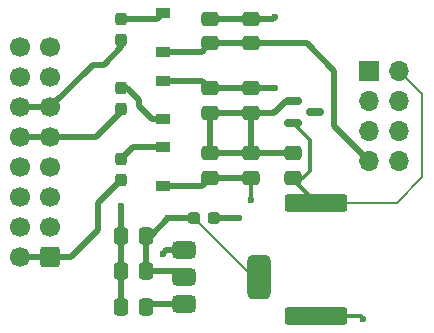
<source format=gtl>
%TF.GenerationSoftware,KiCad,Pcbnew,8.0.2*%
%TF.CreationDate,2024-09-09T09:37:27-05:00*%
%TF.ProjectId,wh3lk,7768336c-6b2e-46b6-9963-61645f706362,v2.0.0a*%
%TF.SameCoordinates,Original*%
%TF.FileFunction,Copper,L1,Top*%
%TF.FilePolarity,Positive*%
%FSLAX46Y46*%
G04 Gerber Fmt 4.6, Leading zero omitted, Abs format (unit mm)*
G04 Created by KiCad (PCBNEW 8.0.2) date 2024-09-09 09:37:27*
%MOMM*%
%LPD*%
G01*
G04 APERTURE LIST*
G04 Aperture macros list*
%AMRoundRect*
0 Rectangle with rounded corners*
0 $1 Rounding radius*
0 $2 $3 $4 $5 $6 $7 $8 $9 X,Y pos of 4 corners*
0 Add a 4 corners polygon primitive as box body*
4,1,4,$2,$3,$4,$5,$6,$7,$8,$9,$2,$3,0*
0 Add four circle primitives for the rounded corners*
1,1,$1+$1,$2,$3*
1,1,$1+$1,$4,$5*
1,1,$1+$1,$6,$7*
1,1,$1+$1,$8,$9*
0 Add four rect primitives between the rounded corners*
20,1,$1+$1,$2,$3,$4,$5,0*
20,1,$1+$1,$4,$5,$6,$7,0*
20,1,$1+$1,$6,$7,$8,$9,0*
20,1,$1+$1,$8,$9,$2,$3,0*%
G04 Aperture macros list end*
%TA.AperFunction,ComponentPad*%
%ADD10R,1.700000X1.700000*%
%TD*%
%TA.AperFunction,ComponentPad*%
%ADD11O,1.700000X1.700000*%
%TD*%
%TA.AperFunction,SMDPad,CuDef*%
%ADD12RoundRect,0.150000X-0.587500X-0.150000X0.587500X-0.150000X0.587500X0.150000X-0.587500X0.150000X0*%
%TD*%
%TA.AperFunction,SMDPad,CuDef*%
%ADD13RoundRect,0.375000X-0.625000X-0.375000X0.625000X-0.375000X0.625000X0.375000X-0.625000X0.375000X0*%
%TD*%
%TA.AperFunction,SMDPad,CuDef*%
%ADD14RoundRect,0.500000X-0.500000X-1.400000X0.500000X-1.400000X0.500000X1.400000X-0.500000X1.400000X0*%
%TD*%
%TA.AperFunction,SMDPad,CuDef*%
%ADD15RoundRect,0.250001X2.399999X-0.487499X2.399999X0.487499X-2.399999X0.487499X-2.399999X-0.487499X0*%
%TD*%
%TA.AperFunction,ComponentPad*%
%ADD16RoundRect,0.250000X0.600000X0.600000X-0.600000X0.600000X-0.600000X-0.600000X0.600000X-0.600000X0*%
%TD*%
%TA.AperFunction,ComponentPad*%
%ADD17C,1.700000*%
%TD*%
%TA.AperFunction,SMDPad,CuDef*%
%ADD18RoundRect,0.237500X-0.287500X-0.237500X0.287500X-0.237500X0.287500X0.237500X-0.287500X0.237500X0*%
%TD*%
%TA.AperFunction,SMDPad,CuDef*%
%ADD19RoundRect,0.237500X0.237500X-0.287500X0.237500X0.287500X-0.237500X0.287500X-0.237500X-0.287500X0*%
%TD*%
%TA.AperFunction,SMDPad,CuDef*%
%ADD20R,1.220000X0.910000*%
%TD*%
%TA.AperFunction,SMDPad,CuDef*%
%ADD21RoundRect,0.250000X0.475000X-0.337500X0.475000X0.337500X-0.475000X0.337500X-0.475000X-0.337500X0*%
%TD*%
%TA.AperFunction,SMDPad,CuDef*%
%ADD22RoundRect,0.250000X0.337500X0.475000X-0.337500X0.475000X-0.337500X-0.475000X0.337500X-0.475000X0*%
%TD*%
%TA.AperFunction,SMDPad,CuDef*%
%ADD23RoundRect,0.250000X-0.475000X0.337500X-0.475000X-0.337500X0.475000X-0.337500X0.475000X0.337500X0*%
%TD*%
%TA.AperFunction,ViaPad*%
%ADD24C,0.600000*%
%TD*%
%TA.AperFunction,Conductor*%
%ADD25C,0.500000*%
%TD*%
%TA.AperFunction,Conductor*%
%ADD26C,0.200000*%
%TD*%
%TA.AperFunction,Conductor*%
%ADD27C,0.330000*%
%TD*%
G04 APERTURE END LIST*
D10*
%TO.P,J2,1,Pin_1*%
%TO.N,GND*%
X90960000Y-68500000D03*
D11*
%TO.P,J2,2,Pin_2*%
%TO.N,VREF-10*%
X93500000Y-68500000D03*
%TO.P,J2,3,Pin_3*%
%TO.N,+3.3VA*%
X90960000Y-71040000D03*
%TO.P,J2,4,Pin_4*%
%TO.N,+3.3V*%
X93500000Y-71040000D03*
%TO.P,J2,5,Pin_5*%
%TO.N,-12V*%
X90960000Y-73580000D03*
%TO.P,J2,6,Pin_6*%
%TO.N,+12V*%
X93500000Y-73580000D03*
%TO.P,J2,7,Pin_7*%
%TO.N,+5V*%
X90960000Y-76120000D03*
%TO.P,J2,8,Pin_8*%
%TO.N,GND*%
X93500000Y-76120000D03*
%TD*%
D12*
%TO.P,U2,3,NC*%
%TO.N,unconnected-(U2-NC-Pad3)*%
X86437500Y-72000000D03*
%TO.P,U2,2,A*%
%TO.N,VREF-10*%
X84562500Y-72950000D03*
%TO.P,U2,1,K*%
%TO.N,GND*%
X84562500Y-71050000D03*
%TD*%
D13*
%TO.P,U1,3,VI*%
%TO.N,+5V*%
X75350000Y-88300000D03*
D14*
%TO.P,U1,2,VO*%
%TO.N,+3.3V*%
X81650000Y-86000000D03*
D13*
X75350000Y-86000000D03*
%TO.P,U1,1,GND*%
%TO.N,GND*%
X75350000Y-83700000D03*
%TD*%
D15*
%TO.P,R1,2*%
%TO.N,VREF-10*%
X86500000Y-79687500D03*
%TO.P,R1,1*%
%TO.N,-12V*%
X86500000Y-89312500D03*
%TD*%
D16*
%TO.P,J1,1,-12V*%
%TO.N,RACK-12V*%
X64000000Y-84280000D03*
D17*
%TO.P,J1,2,-12V*%
X61460000Y-84280000D03*
%TO.P,J1,3,GND*%
%TO.N,GND*%
X64000000Y-81740000D03*
%TO.P,J1,4,GND*%
X61460000Y-81740000D03*
%TO.P,J1,5,GND*%
X64000000Y-79200000D03*
%TO.P,J1,6,GND*%
X61460000Y-79200000D03*
%TO.P,J1,7,GND*%
X64000000Y-76660000D03*
%TO.P,J1,8,GND*%
X61460000Y-76660000D03*
%TO.P,J1,9,+12V*%
%TO.N,RACK+12V*%
X64000000Y-74120000D03*
%TO.P,J1,10,+12V*%
X61460000Y-74120000D03*
%TO.P,J1,11,+5V*%
%TO.N,RACK+5V*%
X64000000Y-71580000D03*
%TO.P,J1,12*%
X61460000Y-71580000D03*
%TO.P,J1,13,CV*%
%TO.N,unconnected-(J1-CV-Pad13)*%
X64000000Y-69040000D03*
%TO.P,J1,14*%
%TO.N,N/C*%
X61460000Y-69040000D03*
%TO.P,J1,15,GATE*%
%TO.N,unconnected-(J1-GATE-Pad15)*%
X64000000Y-66500000D03*
%TO.P,J1,16*%
%TO.N,N/C*%
X61460000Y-66500000D03*
%TD*%
D18*
%TO.P,FB4,2*%
%TO.N,+3.3VA*%
X77875000Y-81000000D03*
%TO.P,FB4,1*%
%TO.N,+3.3V*%
X76125000Y-81000000D03*
%TD*%
D19*
%TO.P,FB3,1*%
%TO.N,RACK-12V*%
X70000000Y-77750000D03*
%TO.P,FB3,2*%
%TO.N,Net-(D3-A)*%
X70000000Y-76000000D03*
%TD*%
%TO.P,FB2,2*%
%TO.N,Net-(D2-A)*%
X70000000Y-70000000D03*
%TO.P,FB2,1*%
%TO.N,RACK+12V*%
X70000000Y-71750000D03*
%TD*%
%TO.P,FB1,1*%
%TO.N,RACK+5V*%
X70000000Y-65875000D03*
%TO.P,FB1,2*%
%TO.N,Net-(D1-A)*%
X70000000Y-64125000D03*
%TD*%
D20*
%TO.P,D3,1,K*%
%TO.N,-12V*%
X73500000Y-78270000D03*
%TO.P,D3,2,A*%
%TO.N,Net-(D3-A)*%
X73500000Y-75000000D03*
%TD*%
%TO.P,D2,2,A*%
%TO.N,Net-(D2-A)*%
X73500000Y-72635000D03*
%TO.P,D2,1,K*%
%TO.N,+12V*%
X73500000Y-69365000D03*
%TD*%
%TO.P,D1,1,K*%
%TO.N,+5V*%
X73500000Y-66895000D03*
%TO.P,D1,2,A*%
%TO.N,Net-(D1-A)*%
X73500000Y-63625000D03*
%TD*%
D21*
%TO.P,C10,2*%
%TO.N,GND*%
X84500000Y-75500000D03*
%TO.P,C10,1*%
%TO.N,VREF-10*%
X84500000Y-77575000D03*
%TD*%
D22*
%TO.P,C9,2*%
%TO.N,GND*%
X70000000Y-85500000D03*
%TO.P,C9,1*%
%TO.N,+3.3V*%
X72075000Y-85500000D03*
%TD*%
%TO.P,C8,1*%
%TO.N,+3.3V*%
X72075000Y-82500000D03*
%TO.P,C8,2*%
%TO.N,GND*%
X70000000Y-82500000D03*
%TD*%
D21*
%TO.P,C7,2*%
%TO.N,GND*%
X81000000Y-64125000D03*
%TO.P,C7,1*%
%TO.N,+5V*%
X81000000Y-66200000D03*
%TD*%
%TO.P,C6,1*%
%TO.N,+5V*%
X77500000Y-66200000D03*
%TO.P,C6,2*%
%TO.N,GND*%
X77500000Y-64125000D03*
%TD*%
D22*
%TO.P,C5,2*%
%TO.N,GND*%
X70000000Y-88500000D03*
%TO.P,C5,1*%
%TO.N,+5V*%
X72075000Y-88500000D03*
%TD*%
D23*
%TO.P,C4,2*%
%TO.N,GND*%
X77500000Y-72075000D03*
%TO.P,C4,1*%
%TO.N,+12V*%
X77500000Y-70000000D03*
%TD*%
%TO.P,C3,2*%
%TO.N,GND*%
X81000000Y-72075000D03*
%TO.P,C3,1*%
%TO.N,+12V*%
X81000000Y-70000000D03*
%TD*%
D21*
%TO.P,C2,1*%
%TO.N,-12V*%
X77500000Y-77575000D03*
%TO.P,C2,2*%
%TO.N,GND*%
X77500000Y-75500000D03*
%TD*%
%TO.P,C1,1*%
%TO.N,-12V*%
X81000000Y-77575000D03*
%TO.P,C1,2*%
%TO.N,GND*%
X81000000Y-75500000D03*
%TD*%
D24*
%TO.N,+5V*%
X73500000Y-88300000D03*
%TO.N,-12V*%
X90500000Y-89500000D03*
X81000000Y-79500000D03*
%TO.N,GND*%
X73500000Y-84000000D03*
X70000000Y-80000000D03*
X83000000Y-64000000D03*
X83000000Y-72000000D03*
%TO.N,+3.3VA*%
X80000000Y-81000000D03*
%TO.N,+3.3V*%
X74000000Y-81000000D03*
%TO.N,+12V*%
X83000000Y-70000000D03*
%TO.N,+5V*%
X83200000Y-66200000D03*
%TD*%
D25*
%TO.N,+5V*%
X88000000Y-73160000D02*
X90960000Y-76120000D01*
X88000000Y-68500000D02*
X88000000Y-73160000D01*
X85700000Y-66200000D02*
X88000000Y-68500000D01*
X83200000Y-66200000D02*
X81000000Y-66200000D01*
X83200000Y-66200000D02*
X85700000Y-66200000D01*
X73500000Y-88300000D02*
X75350000Y-88300000D01*
D26*
X72275000Y-88300000D02*
X72075000Y-88500000D01*
D25*
X73500000Y-88300000D02*
X72275000Y-88300000D01*
D26*
%TO.N,VREF-10*%
X93312500Y-79687500D02*
X86500000Y-79687500D01*
X95500000Y-77500000D02*
X93312500Y-79687500D01*
X95500000Y-70500000D02*
X95500000Y-77500000D01*
X93500000Y-68500000D02*
X95500000Y-70500000D01*
X86000000Y-74500000D02*
X86000000Y-74387500D01*
D27*
X86000000Y-74387500D02*
X84562500Y-72950000D01*
X86000000Y-77000000D02*
X86000000Y-74500000D01*
D26*
%TO.N,+3.3V*%
X81125000Y-86000000D02*
X76125000Y-81000000D01*
X81650000Y-86000000D02*
X81125000Y-86000000D01*
D25*
%TO.N,+5V*%
X75150000Y-88500000D02*
X75350000Y-88300000D01*
D27*
%TO.N,-12V*%
X90312500Y-89312500D02*
X86500000Y-89312500D01*
X90500000Y-89500000D02*
X90312500Y-89312500D01*
X81000000Y-77575000D02*
X81000000Y-79500000D01*
%TO.N,VREF-10*%
X84500000Y-77575000D02*
X85425000Y-77575000D01*
X85425000Y-77575000D02*
X86000000Y-77000000D01*
X84500000Y-77575000D02*
X84500000Y-77687500D01*
X84500000Y-77687500D02*
X86500000Y-79687500D01*
D25*
%TO.N,GND*%
X70000000Y-83000000D02*
X70000000Y-80000000D01*
X73800000Y-83700000D02*
X73500000Y-84000000D01*
X75350000Y-83700000D02*
X73800000Y-83700000D01*
%TO.N,+3.3VA*%
X77875000Y-81000000D02*
X80000000Y-81000000D01*
%TO.N,+3.3V*%
X74000000Y-81000000D02*
X76125000Y-81000000D01*
X72500000Y-82500000D02*
X74000000Y-81000000D01*
X72075000Y-82500000D02*
X72500000Y-82500000D01*
%TO.N,RACK-12V*%
X68000000Y-79750000D02*
X70000000Y-77750000D01*
X68000000Y-82000000D02*
X68000000Y-79750000D01*
X65720000Y-84280000D02*
X68000000Y-82000000D01*
X64000000Y-84280000D02*
X65720000Y-84280000D01*
%TO.N,GND*%
X82875000Y-64125000D02*
X83000000Y-64000000D01*
X81000000Y-64125000D02*
X82875000Y-64125000D01*
X84500000Y-75500000D02*
X81000000Y-75500000D01*
X83950000Y-71050000D02*
X83000000Y-72000000D01*
X84562500Y-71050000D02*
X83950000Y-71050000D01*
X81000000Y-72075000D02*
X82925000Y-72075000D01*
X82925000Y-72075000D02*
X83000000Y-72000000D01*
X69740000Y-82740000D02*
X70000000Y-83000000D01*
%TO.N,+12V*%
X81000000Y-70000000D02*
X83000000Y-70000000D01*
%TO.N,GND*%
X70000000Y-88000000D02*
X70000000Y-85500000D01*
X70000000Y-85500000D02*
X70000000Y-83000000D01*
%TO.N,+3.3V*%
X72075000Y-85500000D02*
X75775000Y-85500000D01*
X72075000Y-83000000D02*
X72075000Y-85500000D01*
%TO.N,RACK-12V*%
X61460000Y-84280000D02*
X64000000Y-84280000D01*
%TO.N,RACK+12V*%
X61460000Y-74120000D02*
X64000000Y-74120000D01*
%TO.N,RACK+5V*%
X61460000Y-71580000D02*
X64000000Y-71580000D01*
%TO.N,GND*%
X81000000Y-72075000D02*
X81000000Y-75500000D01*
X77500000Y-72075000D02*
X77500000Y-75500000D01*
X77500000Y-64125000D02*
X81000000Y-64125000D01*
X77500000Y-72075000D02*
X81000000Y-72075000D01*
X77500000Y-75500000D02*
X81000000Y-75500000D01*
%TO.N,-12V*%
X77500000Y-77575000D02*
X81000000Y-77575000D01*
X76805000Y-78270000D02*
X77500000Y-77575000D01*
X73500000Y-78270000D02*
X76805000Y-78270000D01*
%TO.N,+12V*%
X77500000Y-70000000D02*
X81000000Y-70000000D01*
X76865000Y-69365000D02*
X77500000Y-70000000D01*
X73500000Y-69365000D02*
X76865000Y-69365000D01*
%TO.N,+5V*%
X77500000Y-66200000D02*
X81000000Y-66200000D01*
X76805000Y-66895000D02*
X77500000Y-66200000D01*
X73500000Y-66895000D02*
X76805000Y-66895000D01*
%TO.N,Net-(D1-A)*%
X73000000Y-64125000D02*
X73500000Y-63625000D01*
X70000000Y-64125000D02*
X73000000Y-64125000D01*
%TO.N,Net-(D2-A)*%
X72635000Y-72635000D02*
X73500000Y-72635000D01*
X71500000Y-71500000D02*
X72635000Y-72635000D01*
X71500000Y-71000000D02*
X71500000Y-71500000D01*
X70500000Y-70000000D02*
X71500000Y-71000000D01*
X70000000Y-70000000D02*
X70500000Y-70000000D01*
%TO.N,RACK+12V*%
X70000000Y-72000000D02*
X70000000Y-71750000D01*
X67880000Y-74120000D02*
X70000000Y-72000000D01*
X64000000Y-74120000D02*
X67880000Y-74120000D01*
%TO.N,RACK+5V*%
X70000000Y-66500000D02*
X70000000Y-65875000D01*
X67580000Y-68000000D02*
X68500000Y-68000000D01*
X64000000Y-71580000D02*
X67580000Y-68000000D01*
X68500000Y-68000000D02*
X70000000Y-66500000D01*
%TO.N,Net-(D3-A)*%
X71000000Y-75000000D02*
X70000000Y-76000000D01*
X73500000Y-75000000D02*
X71000000Y-75000000D01*
%TD*%
M02*

</source>
